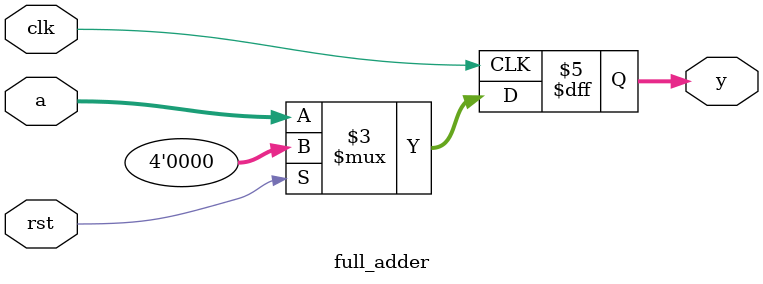
<source format=v>
/* 
 * Corevexis Semiconductor 
 * Example 33: FULL ADDER 
 */

module full_adder (
    input clk,
    input rst,
    input [3:0] a,
    output reg [3:0] y
);

always @(posedge clk) begin
    if(rst) y <= 4'b0;
    else y <= a; 
end

endmodule
</source>
